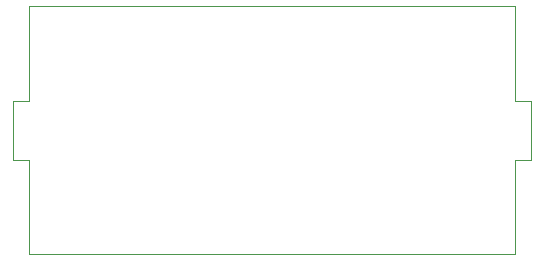
<source format=gbr>
G04 #@! TF.GenerationSoftware,KiCad,Pcbnew,5.1.5+dfsg1-2build2*
G04 #@! TF.CreationDate,2021-11-16T18:40:55-05:00*
G04 #@! TF.ProjectId,028INCH_8DIGIT,30323849-4e43-4485-9f38-44494749542e,rev?*
G04 #@! TF.SameCoordinates,Original*
G04 #@! TF.FileFunction,Profile,NP*
%FSLAX46Y46*%
G04 Gerber Fmt 4.6, Leading zero omitted, Abs format (unit mm)*
G04 Created by KiCad (PCBNEW 5.1.5+dfsg1-2build2) date 2021-11-16 18:40:55*
%MOMM*%
%LPD*%
G04 APERTURE LIST*
%ADD10C,0.050000*%
G04 APERTURE END LIST*
D10*
X142500000Y-113000000D02*
X142500000Y-121000000D01*
X142500000Y-113000000D02*
X143800000Y-113000000D01*
X101300000Y-121000000D02*
X101300000Y-113000000D01*
X100000000Y-113000000D02*
X101300000Y-113000000D01*
X142500000Y-108000000D02*
X143800000Y-108000000D01*
X100000000Y-108000000D02*
X101300000Y-108000000D01*
X142500000Y-108000000D02*
X142500000Y-100000000D01*
X101300000Y-108000000D02*
X101300000Y-100000000D01*
X143800000Y-108000000D02*
X143800000Y-113000000D01*
X100000000Y-108000000D02*
X100000000Y-113000000D01*
X101300000Y-121000000D02*
X142500000Y-121000000D01*
X101300000Y-100000000D02*
X142500000Y-100000000D01*
M02*

</source>
